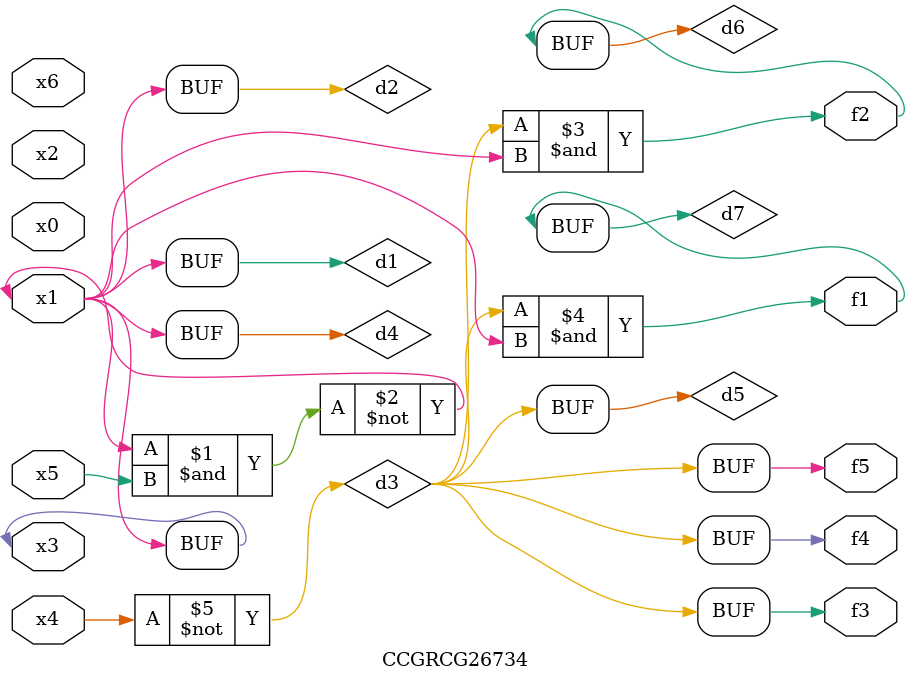
<source format=v>
module CCGRCG26734(
	input x0, x1, x2, x3, x4, x5, x6,
	output f1, f2, f3, f4, f5
);

	wire d1, d2, d3, d4, d5, d6, d7;

	buf (d1, x1, x3);
	nand (d2, x1, x5);
	not (d3, x4);
	buf (d4, d1, d2);
	buf (d5, d3);
	and (d6, d3, d4);
	and (d7, d3, d4);
	assign f1 = d7;
	assign f2 = d6;
	assign f3 = d5;
	assign f4 = d5;
	assign f5 = d5;
endmodule

</source>
